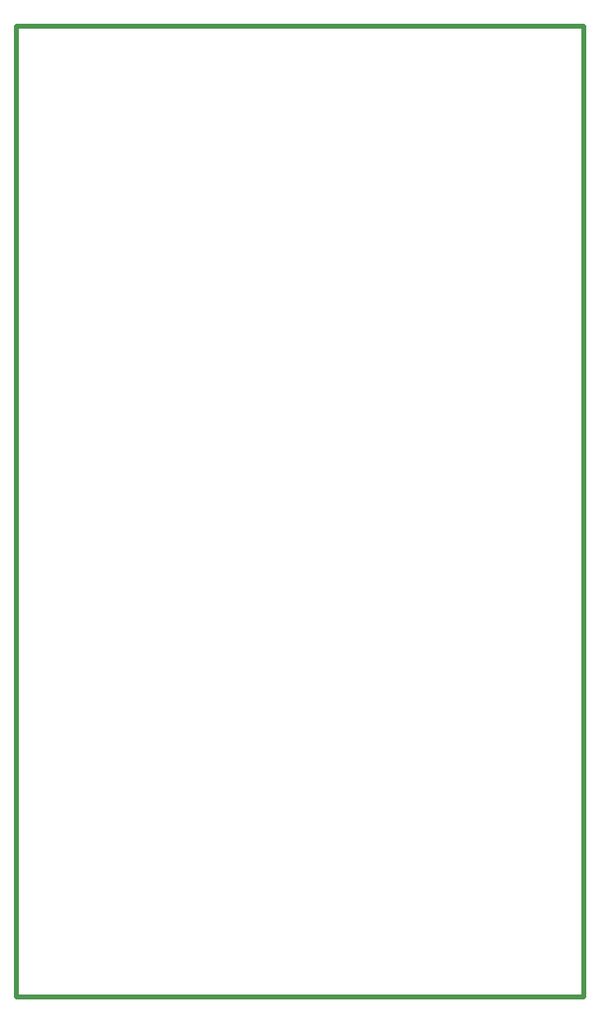
<source format=gm1>
%FSLAX44Y44*%
%MOMM*%
G71*
G01*
G75*
G04 Layer_Color=16711935*
%ADD10O,1.5500X0.6000*%
%ADD11R,1.5500X0.6000*%
G04:AMPARAMS|DCode=12|XSize=2mm|YSize=1mm|CornerRadius=0.25mm|HoleSize=0mm|Usage=FLASHONLY|Rotation=90.000|XOffset=0mm|YOffset=0mm|HoleType=Round|Shape=RoundedRectangle|*
%AMROUNDEDRECTD12*
21,1,2.0000,0.5000,0,0,90.0*
21,1,1.5000,1.0000,0,0,90.0*
1,1,0.5000,0.2500,0.7500*
1,1,0.5000,0.2500,-0.7500*
1,1,0.5000,-0.2500,-0.7500*
1,1,0.5000,-0.2500,0.7500*
%
%ADD12ROUNDEDRECTD12*%
%ADD13R,1.0000X2.0000*%
%ADD14R,0.9000X2.0000*%
%ADD15R,2.0000X0.7000*%
%ADD16R,2.0000X0.8000*%
%ADD17R,1.2500X1.2500*%
%ADD18R,1.2500X1.2500*%
%ADD19R,0.6000X2.0000*%
%ADD20R,0.6000X1.5000*%
%ADD21R,1.4000X1.0000*%
%ADD22R,1.6000X3.0000*%
%ADD23O,1.4500X0.4000*%
%ADD24R,1.4500X0.4000*%
%ADD25R,0.7200X1.7800*%
%ADD26O,0.7200X1.7800*%
%ADD27R,2.5000X1.7000*%
%ADD28R,3.5000X1.0000*%
%ADD29R,2.1590X2.7430*%
%ADD30C,1.0000*%
%ADD31C,1.5000*%
%ADD32C,0.7000*%
%ADD33C,0.3000*%
%ADD34C,0.5000*%
%ADD35C,0.4000*%
%ADD36C,1.5000*%
%ADD37R,1.8500X1.8500*%
%ADD38C,1.8500*%
%ADD39R,1.8500X1.8500*%
%ADD40R,1.5000X0.9000*%
%ADD41O,1.5000X0.9000*%
%ADD42R,2.0000X2.0000*%
%ADD43C,2.0000*%
%ADD44R,2.0000X2.0000*%
%ADD45R,1.5000X1.5000*%
%ADD46C,1.5240*%
%ADD47R,1.5240X1.5240*%
%ADD48C,1.2700*%
%ADD49C,1.0000*%
%ADD50C,0.7000*%
%ADD51C,0.2000*%
%ADD52C,0.2540*%
%ADD53C,0.2500*%
%ADD54C,0.2560*%
%ADD55C,0.1500*%
%ADD56O,1.7532X0.8032*%
%ADD57R,1.7532X0.8032*%
G04:AMPARAMS|DCode=58|XSize=2.2032mm|YSize=1.2032mm|CornerRadius=0.3516mm|HoleSize=0mm|Usage=FLASHONLY|Rotation=90.000|XOffset=0mm|YOffset=0mm|HoleType=Round|Shape=RoundedRectangle|*
%AMROUNDEDRECTD58*
21,1,2.2032,0.5000,0,0,90.0*
21,1,1.5000,1.2032,0,0,90.0*
1,1,0.7032,0.2500,0.7500*
1,1,0.7032,0.2500,-0.7500*
1,1,0.7032,-0.2500,-0.7500*
1,1,0.7032,-0.2500,0.7500*
%
%ADD58ROUNDEDRECTD58*%
%ADD59R,1.2032X2.2032*%
%ADD60R,1.1032X2.2032*%
%ADD61R,2.2032X0.9032*%
%ADD62R,2.2032X1.0032*%
%ADD63R,1.4532X1.4532*%
%ADD64R,1.4532X1.4532*%
%ADD65R,0.8032X2.2032*%
%ADD66R,0.8032X1.7032*%
%ADD67R,1.6032X1.2032*%
%ADD68R,1.8032X3.2032*%
%ADD69O,1.6532X0.6032*%
%ADD70R,1.6532X0.6032*%
%ADD71R,0.9232X1.9832*%
%ADD72O,0.9232X1.9832*%
%ADD73R,2.7032X1.9032*%
%ADD74R,3.7032X1.2032*%
%ADD75R,2.3622X2.9462*%
%ADD76C,1.7032*%
%ADD77R,2.0532X2.0532*%
%ADD78C,2.0532*%
%ADD79R,2.0532X2.0532*%
%ADD80R,1.7032X1.1032*%
%ADD81O,1.7032X1.1032*%
%ADD82R,2.2032X2.2032*%
%ADD83C,2.2032*%
%ADD84R,2.2032X2.2032*%
%ADD85R,1.7032X1.7032*%
%ADD86C,1.7272*%
%ADD87R,1.7272X1.7272*%
%ADD88C,0.2032*%
%ADD89C,1.4732*%
%ADD90C,1.2032*%
%ADD91C,0.9032*%
%ADD92R,2.4000X2.2000*%
%ADD93R,2.1000X2.3000*%
%ADD94R,2.9000X3.6000*%
D34*
X251460Y273050D02*
Y1276350D01*
X838200D01*
Y273050D02*
Y1276350D01*
X251460Y273050D02*
X838200D01*
X251460D02*
Y1276350D01*
X838200D01*
Y273050D02*
Y1276350D01*
X251460Y273050D02*
X838200D01*
D52*
X251460Y1276350D02*
X838200D01*
X251460Y273050D02*
Y1276350D01*
X838200Y273050D02*
Y1276350D01*
X251460Y273050D02*
X838200D01*
M02*

</source>
